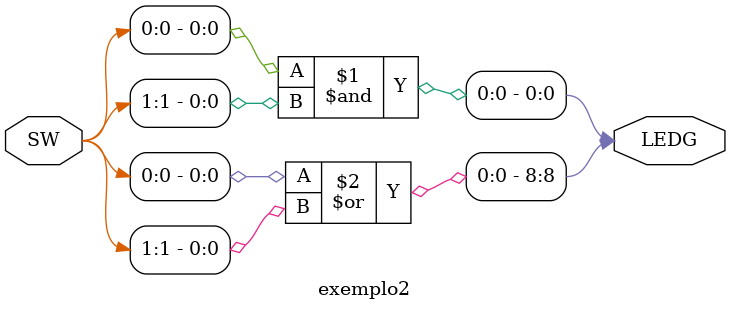
<source format=v>
module exemplo2 (SW, LEDG);
input [0:17] SW;
output [0:8] LEDG;

assign LEDG[0] = SW[0] & SW[1];
assign LEDG[8] = SW[0] | SW[1];

endmodule
</source>
